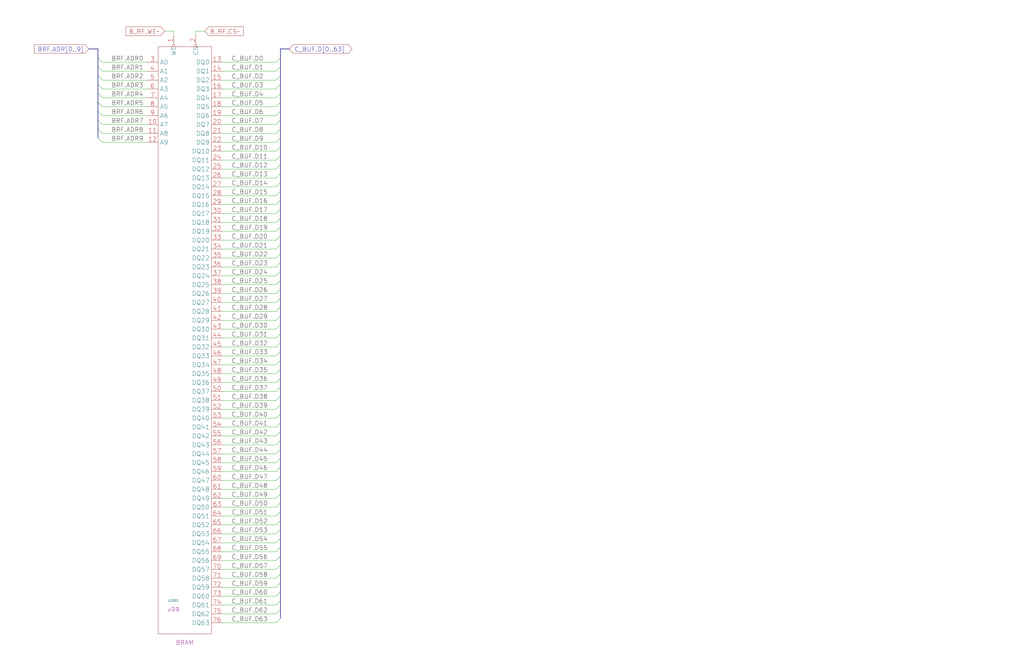
<source format=kicad_sch>
(kicad_sch (version 20211123) (generator eeschema)
  (paper "User" 584.2 378.46)
  (title_block (title "REGISTER FILE B\\nRAM ARRAY") (date "15-MAR-90") (rev "1.0") (comment 1 "TYPE") (comment 2 "232-003062") (comment 3 "S400") (comment 4 "RELEASED"))
  (lib_symbols
    (symbol "r1000:XRFRAM" (pin_names (offset 1.016))
      (property "Reference" "U" (at 2.54 5.08 0))
      (property "Value" "XRFRAM" (at -1.27 -12.7 0))
      (property "Location" "___" (at -1.27 0 0))
      (property "Name" "______" (at 8.89 -20.32 0))
      (symbol "XRFRAM_1_1"
        (rectangle (start -6.35 321.31) (end 24.13 -13.97))
        (circle (center 2.54 321.945) (radius 0.635))
        (circle (center 15.24 321.945) (radius 0.635))
        (pin input line (at 2.54 327.66 270) (length 5.08) (name "WE") (number "1"))
        (pin input line (at -12.7 276.86 0) (length 6.35) (name "A7") (number "10"))
        (pin input line (at -12.7 271.78 0) (length 6.35) (name "A8") (number "11"))
        (pin input line (at -12.7 266.7 0) (length 6.35) (name "A9") (number "12"))
        (pin tri_state line (at 30.48 312.42 180) (length 6.35) (name "DQ0") (number "13"))
        (pin tri_state line (at 30.48 307.34 180) (length 6.35) (name "DQ1") (number "14"))
        (pin tri_state line (at 30.48 302.26 180) (length 6.35) (name "DQ2") (number "15"))
        (pin tri_state line (at 30.48 297.18 180) (length 6.35) (name "DQ3") (number "16"))
        (pin tri_state line (at 30.48 292.1 180) (length 6.35) (name "DQ4") (number "17"))
        (pin tri_state line (at 30.48 287.02 180) (length 6.35) (name "DQ5") (number "18"))
        (pin tri_state line (at 30.48 281.94 180) (length 6.35) (name "DQ6") (number "19"))
        (pin input line (at 15.24 327.66 270) (length 5.08) (name "CS") (number "2"))
        (pin tri_state line (at 30.48 276.86 180) (length 6.35) (name "DQ7") (number "20"))
        (pin tri_state line (at 30.48 271.78 180) (length 6.35) (name "DQ8") (number "21"))
        (pin tri_state line (at 30.48 266.7 180) (length 6.35) (name "DQ9") (number "22"))
        (pin tri_state line (at 30.48 261.62 180) (length 6.35) (name "DQ10") (number "23"))
        (pin tri_state line (at 30.48 256.54 180) (length 6.35) (name "DQ11") (number "24"))
        (pin tri_state line (at 30.48 251.46 180) (length 6.35) (name "DQ12") (number "25"))
        (pin tri_state line (at 30.48 246.38 180) (length 6.35) (name "DQ13") (number "26"))
        (pin tri_state line (at 30.48 241.3 180) (length 6.35) (name "DQ14") (number "27"))
        (pin tri_state line (at 30.48 236.22 180) (length 6.35) (name "DQ15") (number "28"))
        (pin tri_state line (at 30.48 231.14 180) (length 6.35) (name "DQ16") (number "29"))
        (pin input line (at -12.7 312.42 0) (length 6.35) (name "A0") (number "3"))
        (pin tri_state line (at 30.48 226.06 180) (length 6.35) (name "DQ17") (number "30"))
        (pin tri_state line (at 30.48 220.98 180) (length 6.35) (name "DQ18") (number "31"))
        (pin tri_state line (at 30.48 215.9 180) (length 6.35) (name "DQ19") (number "32"))
        (pin tri_state line (at 30.48 210.82 180) (length 6.35) (name "DQ20") (number "33"))
        (pin tri_state line (at 30.48 205.74 180) (length 6.35) (name "DQ21") (number "34"))
        (pin tri_state line (at 30.48 200.66 180) (length 6.35) (name "DQ22") (number "35"))
        (pin tri_state line (at 30.48 195.58 180) (length 6.35) (name "DQ23") (number "36"))
        (pin tri_state line (at 30.48 190.5 180) (length 6.35) (name "DQ24") (number "37"))
        (pin tri_state line (at 30.48 185.42 180) (length 6.35) (name "DQ25") (number "38"))
        (pin tri_state line (at 30.48 180.34 180) (length 6.35) (name "DQ26") (number "39"))
        (pin input line (at -12.7 307.34 0) (length 6.35) (name "A1") (number "4"))
        (pin tri_state line (at 30.48 175.26 180) (length 6.35) (name "DQ27") (number "40"))
        (pin tri_state line (at 30.48 170.18 180) (length 6.35) (name "DQ28") (number "41"))
        (pin tri_state line (at 30.48 165.1 180) (length 6.35) (name "DQ29") (number "42"))
        (pin tri_state line (at 30.48 160.02 180) (length 6.35) (name "DQ30") (number "43"))
        (pin tri_state line (at 30.48 154.94 180) (length 6.35) (name "DQ31") (number "44"))
        (pin tri_state line (at 30.48 149.86 180) (length 6.35) (name "DQ32") (number "45"))
        (pin tri_state line (at 30.48 144.78 180) (length 6.35) (name "DQ33") (number "46"))
        (pin tri_state line (at 30.48 139.7 180) (length 6.35) (name "DQ34") (number "47"))
        (pin tri_state line (at 30.48 134.62 180) (length 6.35) (name "DQ35") (number "48"))
        (pin tri_state line (at 30.48 129.54 180) (length 6.35) (name "DQ36") (number "49"))
        (pin input line (at -12.7 302.26 0) (length 6.35) (name "A2") (number "5"))
        (pin tri_state line (at 30.48 124.46 180) (length 6.35) (name "DQ37") (number "50"))
        (pin tri_state line (at 30.48 119.38 180) (length 6.35) (name "DQ38") (number "51"))
        (pin tri_state line (at 30.48 114.3 180) (length 6.35) (name "DQ39") (number "52"))
        (pin tri_state line (at 30.48 109.22 180) (length 6.35) (name "DQ40") (number "53"))
        (pin tri_state line (at 30.48 104.14 180) (length 6.35) (name "DQ41") (number "54"))
        (pin tri_state line (at 30.48 99.06 180) (length 6.35) (name "DQ42") (number "55"))
        (pin tri_state line (at 30.48 93.98 180) (length 6.35) (name "DQ43") (number "56"))
        (pin tri_state line (at 30.48 88.9 180) (length 6.35) (name "DQ44") (number "57"))
        (pin tri_state line (at 30.48 83.82 180) (length 6.35) (name "DQ45") (number "58"))
        (pin tri_state line (at 30.48 78.74 180) (length 6.35) (name "DQ46") (number "59"))
        (pin input line (at -12.7 297.18 0) (length 6.35) (name "A3") (number "6"))
        (pin tri_state line (at 30.48 73.66 180) (length 6.35) (name "DQ47") (number "60"))
        (pin tri_state line (at 30.48 68.58 180) (length 6.35) (name "DQ48") (number "61"))
        (pin tri_state line (at 30.48 63.5 180) (length 6.35) (name "DQ49") (number "62"))
        (pin tri_state line (at 30.48 58.42 180) (length 6.35) (name "DQ50") (number "63"))
        (pin tri_state line (at 30.48 53.34 180) (length 6.35) (name "DQ51") (number "64"))
        (pin tri_state line (at 30.48 48.26 180) (length 6.35) (name "DQ52") (number "65"))
        (pin tri_state line (at 30.48 43.18 180) (length 6.35) (name "DQ53") (number "66"))
        (pin tri_state line (at 30.48 38.1 180) (length 6.35) (name "DQ54") (number "67"))
        (pin tri_state line (at 30.48 33.02 180) (length 6.35) (name "DQ55") (number "68"))
        (pin tri_state line (at 30.48 27.94 180) (length 6.35) (name "DQ56") (number "69"))
        (pin input line (at -12.7 292.1 0) (length 6.35) (name "A4") (number "7"))
        (pin tri_state line (at 30.48 22.86 180) (length 6.35) (name "DQ57") (number "70"))
        (pin tri_state line (at 30.48 17.78 180) (length 6.35) (name "DQ58") (number "71"))
        (pin tri_state line (at 30.48 12.7 180) (length 6.35) (name "DQ59") (number "72"))
        (pin tri_state line (at 30.48 7.62 180) (length 6.35) (name "DQ60") (number "73"))
        (pin tri_state line (at 30.48 2.54 180) (length 6.35) (name "DQ61") (number "74"))
        (pin tri_state line (at 30.48 -2.54 180) (length 6.35) (name "DQ62") (number "75"))
        (pin tri_state line (at 30.48 -7.62 180) (length 6.35) (name "DQ63") (number "76"))
        (pin input line (at -12.7 287.02 0) (length 6.35) (name "A5") (number "8"))
        (pin input line (at -12.7 281.94 0) (length 6.35) (name "A6") (number "9"))
      )
    )
  )
  (bus (pts (xy 160.02 104.14) (xy 160.02 109.22)))
  (bus (pts (xy 160.02 109.22) (xy 160.02 114.3)))
  (bus (pts (xy 160.02 114.3) (xy 160.02 119.38)))
  (bus (pts (xy 160.02 119.38) (xy 160.02 124.46)))
  (bus (pts (xy 160.02 124.46) (xy 160.02 129.54)))
  (bus (pts (xy 160.02 129.54) (xy 160.02 134.62)))
  (bus (pts (xy 160.02 134.62) (xy 160.02 139.7)))
  (bus (pts (xy 160.02 139.7) (xy 160.02 144.78)))
  (bus (pts (xy 160.02 144.78) (xy 160.02 149.86)))
  (bus (pts (xy 160.02 149.86) (xy 160.02 154.94)))
  (bus (pts (xy 160.02 154.94) (xy 160.02 160.02)))
  (bus (pts (xy 160.02 160.02) (xy 160.02 165.1)))
  (bus (pts (xy 160.02 165.1) (xy 160.02 170.18)))
  (bus (pts (xy 160.02 170.18) (xy 160.02 175.26)))
  (bus (pts (xy 160.02 175.26) (xy 160.02 180.34)))
  (bus (pts (xy 160.02 180.34) (xy 160.02 185.42)))
  (bus (pts (xy 160.02 185.42) (xy 160.02 190.5)))
  (bus (pts (xy 160.02 190.5) (xy 160.02 195.58)))
  (bus (pts (xy 160.02 195.58) (xy 160.02 200.66)))
  (bus (pts (xy 160.02 200.66) (xy 160.02 205.74)))
  (bus (pts (xy 160.02 205.74) (xy 160.02 210.82)))
  (bus (pts (xy 160.02 210.82) (xy 160.02 215.9)))
  (bus (pts (xy 160.02 215.9) (xy 160.02 220.98)))
  (bus (pts (xy 160.02 220.98) (xy 160.02 226.06)))
  (bus (pts (xy 160.02 226.06) (xy 160.02 231.14)))
  (bus (pts (xy 160.02 231.14) (xy 160.02 236.22)))
  (bus (pts (xy 160.02 236.22) (xy 160.02 241.3)))
  (bus (pts (xy 160.02 241.3) (xy 160.02 246.38)))
  (bus (pts (xy 160.02 246.38) (xy 160.02 251.46)))
  (bus (pts (xy 160.02 251.46) (xy 160.02 256.54)))
  (bus (pts (xy 160.02 256.54) (xy 160.02 261.62)))
  (bus (pts (xy 160.02 261.62) (xy 160.02 266.7)))
  (bus (pts (xy 160.02 266.7) (xy 160.02 271.78)))
  (bus (pts (xy 160.02 27.94) (xy 160.02 33.02)))
  (bus (pts (xy 160.02 271.78) (xy 160.02 276.86)))
  (bus (pts (xy 160.02 276.86) (xy 160.02 281.94)))
  (bus (pts (xy 160.02 281.94) (xy 160.02 287.02)))
  (bus (pts (xy 160.02 287.02) (xy 160.02 292.1)))
  (bus (pts (xy 160.02 292.1) (xy 160.02 297.18)))
  (bus (pts (xy 160.02 297.18) (xy 160.02 302.26)))
  (bus (pts (xy 160.02 302.26) (xy 160.02 307.34)))
  (bus (pts (xy 160.02 307.34) (xy 160.02 312.42)))
  (bus (pts (xy 160.02 312.42) (xy 160.02 317.5)))
  (bus (pts (xy 160.02 317.5) (xy 160.02 322.58)))
  (bus (pts (xy 160.02 322.58) (xy 160.02 327.66)))
  (bus (pts (xy 160.02 327.66) (xy 160.02 332.74)))
  (bus (pts (xy 160.02 33.02) (xy 160.02 38.1)))
  (bus (pts (xy 160.02 332.74) (xy 160.02 337.82)))
  (bus (pts (xy 160.02 337.82) (xy 160.02 342.9)))
  (bus (pts (xy 160.02 342.9) (xy 160.02 347.98)))
  (bus (pts (xy 160.02 347.98) (xy 160.02 353.06)))
  (bus (pts (xy 160.02 38.1) (xy 160.02 43.18)))
  (bus (pts (xy 160.02 43.18) (xy 160.02 48.26)))
  (bus (pts (xy 160.02 48.26) (xy 160.02 53.34)))
  (bus (pts (xy 160.02 53.34) (xy 160.02 58.42)))
  (bus (pts (xy 160.02 58.42) (xy 160.02 63.5)))
  (bus (pts (xy 160.02 63.5) (xy 160.02 68.58)))
  (bus (pts (xy 160.02 68.58) (xy 160.02 73.66)))
  (bus (pts (xy 160.02 73.66) (xy 160.02 78.74)))
  (bus (pts (xy 160.02 78.74) (xy 160.02 83.82)))
  (bus (pts (xy 160.02 83.82) (xy 160.02 88.9)))
  (bus (pts (xy 160.02 88.9) (xy 160.02 93.98)))
  (bus (pts (xy 160.02 93.98) (xy 160.02 99.06)))
  (bus (pts (xy 160.02 99.06) (xy 160.02 104.14)))
  (bus (pts (xy 165.1 27.94) (xy 160.02 27.94)))
  (bus (pts (xy 50.8 27.94) (xy 55.88 27.94)))
  (bus (pts (xy 55.88 27.94) (xy 55.88 33.02)))
  (bus (pts (xy 55.88 33.02) (xy 55.88 38.1)))
  (bus (pts (xy 55.88 38.1) (xy 55.88 43.18)))
  (bus (pts (xy 55.88 43.18) (xy 55.88 48.26)))
  (bus (pts (xy 55.88 48.26) (xy 55.88 53.34)))
  (bus (pts (xy 55.88 53.34) (xy 55.88 58.42)))
  (bus (pts (xy 55.88 58.42) (xy 55.88 63.5)))
  (bus (pts (xy 55.88 63.5) (xy 55.88 68.58)))
  (bus (pts (xy 55.88 68.58) (xy 55.88 73.66)))
  (bus (pts (xy 55.88 73.66) (xy 55.88 78.74)))
  (wire (pts (xy 111.76 17.78) (xy 111.76 20.32)))
  (wire (pts (xy 116.84 17.78) (xy 111.76 17.78)))
  (wire (pts (xy 127 101.6) (xy 157.48 101.6)))
  (wire (pts (xy 127 106.68) (xy 157.48 106.68)))
  (wire (pts (xy 127 111.76) (xy 157.48 111.76)))
  (wire (pts (xy 127 116.84) (xy 157.48 116.84)))
  (wire (pts (xy 127 121.92) (xy 157.48 121.92)))
  (wire (pts (xy 127 127) (xy 157.48 127)))
  (wire (pts (xy 127 132.08) (xy 157.48 132.08)))
  (wire (pts (xy 127 137.16) (xy 157.48 137.16)))
  (wire (pts (xy 127 142.24) (xy 157.48 142.24)))
  (wire (pts (xy 127 147.32) (xy 157.48 147.32)))
  (wire (pts (xy 127 152.4) (xy 157.48 152.4)))
  (wire (pts (xy 127 157.48) (xy 157.48 157.48)))
  (wire (pts (xy 127 162.56) (xy 157.48 162.56)))
  (wire (pts (xy 127 167.64) (xy 157.48 167.64)))
  (wire (pts (xy 127 172.72) (xy 157.48 172.72)))
  (wire (pts (xy 127 177.8) (xy 157.48 177.8)))
  (wire (pts (xy 127 182.88) (xy 157.48 182.88)))
  (wire (pts (xy 127 187.96) (xy 157.48 187.96)))
  (wire (pts (xy 127 193.04) (xy 157.48 193.04)))
  (wire (pts (xy 127 198.12) (xy 157.48 198.12)))
  (wire (pts (xy 127 203.2) (xy 157.48 203.2)))
  (wire (pts (xy 127 208.28) (xy 157.48 208.28)))
  (wire (pts (xy 127 213.36) (xy 157.48 213.36)))
  (wire (pts (xy 127 218.44) (xy 157.48 218.44)))
  (wire (pts (xy 127 223.52) (xy 157.48 223.52)))
  (wire (pts (xy 127 228.6) (xy 157.48 228.6)))
  (wire (pts (xy 127 233.68) (xy 157.48 233.68)))
  (wire (pts (xy 127 238.76) (xy 157.48 238.76)))
  (wire (pts (xy 127 243.84) (xy 157.48 243.84)))
  (wire (pts (xy 127 248.92) (xy 157.48 248.92)))
  (wire (pts (xy 127 254) (xy 157.48 254)))
  (wire (pts (xy 127 259.08) (xy 157.48 259.08)))
  (wire (pts (xy 127 264.16) (xy 157.48 264.16)))
  (wire (pts (xy 127 269.24) (xy 157.48 269.24)))
  (wire (pts (xy 127 274.32) (xy 157.48 274.32)))
  (wire (pts (xy 127 279.4) (xy 157.48 279.4)))
  (wire (pts (xy 127 284.48) (xy 157.48 284.48)))
  (wire (pts (xy 127 289.56) (xy 157.48 289.56)))
  (wire (pts (xy 127 294.64) (xy 157.48 294.64)))
  (wire (pts (xy 127 299.72) (xy 157.48 299.72)))
  (wire (pts (xy 127 304.8) (xy 157.48 304.8)))
  (wire (pts (xy 127 309.88) (xy 157.48 309.88)))
  (wire (pts (xy 127 314.96) (xy 157.48 314.96)))
  (wire (pts (xy 127 320.04) (xy 157.48 320.04)))
  (wire (pts (xy 127 325.12) (xy 157.48 325.12)))
  (wire (pts (xy 127 330.2) (xy 157.48 330.2)))
  (wire (pts (xy 127 335.28) (xy 157.48 335.28)))
  (wire (pts (xy 127 340.36) (xy 157.48 340.36)))
  (wire (pts (xy 127 345.44) (xy 157.48 345.44)))
  (wire (pts (xy 127 35.56) (xy 157.48 35.56)))
  (wire (pts (xy 127 350.52) (xy 157.48 350.52)))
  (wire (pts (xy 127 355.6) (xy 157.48 355.6)))
  (wire (pts (xy 127 40.64) (xy 157.48 40.64)))
  (wire (pts (xy 127 45.72) (xy 157.48 45.72)))
  (wire (pts (xy 127 50.8) (xy 157.48 50.8)))
  (wire (pts (xy 127 55.88) (xy 157.48 55.88)))
  (wire (pts (xy 127 60.96) (xy 157.48 60.96)))
  (wire (pts (xy 127 66.04) (xy 157.48 66.04)))
  (wire (pts (xy 127 71.12) (xy 157.48 71.12)))
  (wire (pts (xy 127 76.2) (xy 157.48 76.2)))
  (wire (pts (xy 127 81.28) (xy 157.48 81.28)))
  (wire (pts (xy 127 86.36) (xy 157.48 86.36)))
  (wire (pts (xy 127 91.44) (xy 157.48 91.44)))
  (wire (pts (xy 127 96.52) (xy 157.48 96.52)))
  (wire (pts (xy 58.42 35.56) (xy 83.82 35.56)))
  (wire (pts (xy 58.42 40.64) (xy 83.82 40.64)))
  (wire (pts (xy 58.42 45.72) (xy 83.82 45.72)))
  (wire (pts (xy 58.42 50.8) (xy 83.82 50.8)))
  (wire (pts (xy 58.42 55.88) (xy 83.82 55.88)))
  (wire (pts (xy 58.42 60.96) (xy 83.82 60.96)))
  (wire (pts (xy 58.42 66.04) (xy 83.82 66.04)))
  (wire (pts (xy 58.42 71.12) (xy 83.82 71.12)))
  (wire (pts (xy 58.42 76.2) (xy 83.82 76.2)))
  (wire (pts (xy 58.42 81.28) (xy 83.82 81.28)))
  (wire (pts (xy 93.98 17.78) (xy 99.06 17.78)))
  (wire (pts (xy 99.06 17.78) (xy 99.06 20.32)))
  (global_label "BRF.ADR[0..9]" (shape input) (at 50.8 27.94 180) (effects (font (size 2.54 2.54))) (property "Intersheet References" "${INTERSHEET_REFS}" (at 19.6064 27.7813 0) (effects (font (size 2.54 2.54)) (justify right))))
  (bus_entry (at 55.88 33.02) (size 2.54 2.54))
  (bus_entry (at 55.88 38.1) (size 2.54 2.54))
  (bus_entry (at 55.88 43.18) (size 2.54 2.54))
  (bus_entry (at 55.88 48.26) (size 2.54 2.54))
  (bus_entry (at 55.88 53.34) (size 2.54 2.54))
  (bus_entry (at 55.88 58.42) (size 2.54 2.54))
  (bus_entry (at 55.88 63.5) (size 2.54 2.54))
  (bus_entry (at 55.88 68.58) (size 2.54 2.54))
  (bus_entry (at 55.88 73.66) (size 2.54 2.54))
  (bus_entry (at 55.88 78.74) (size 2.54 2.54))
  (label "BRF.ADR0" (at 63.5 35.56 0) (effects (font (size 2.54 2.54))))
  (label "BRF.ADR1" (at 63.5 40.64 0) (effects (font (size 2.54 2.54))))
  (label "BRF.ADR2" (at 63.5 45.72 0) (effects (font (size 2.54 2.54))))
  (label "BRF.ADR3" (at 63.5 50.8 0) (effects (font (size 2.54 2.54))))
  (label "BRF.ADR4" (at 63.5 55.88 0) (effects (font (size 2.54 2.54))))
  (label "BRF.ADR5" (at 63.5 60.96 0) (effects (font (size 2.54 2.54))))
  (label "BRF.ADR6" (at 63.5 66.04 0) (effects (font (size 2.54 2.54))))
  (label "BRF.ADR7" (at 63.5 71.12 0) (effects (font (size 2.54 2.54))))
  (label "BRF.ADR8" (at 63.5 76.2 0) (effects (font (size 2.54 2.54))))
  (label "BRF.ADR9" (at 63.5 81.28 0) (effects (font (size 2.54 2.54))))
  (global_label "B_RF.WE~" (shape input) (at 93.98 17.78 180) (effects (font (size 2.54 2.54))) (property "Intersheet References" "${INTERSHEET_REFS}" (at 71.7369 17.6213 0) (effects (font (size 2.54 2.54)) (justify right))))
  (symbol (lib_id "r1000:XRFRAM") (at 96.52 347.98 0) (unit 1)
    (property "Reference" "U2001" (at 99.06 342.9 0))
    (property "Location" "x99" (at 95.25 347.98 0) (effects (font (size 2.54 2.54)) (justify left)))
    (property "Name" "BRAM" (at 105.41 368.3 0) (effects (font (size 2.54 2.54)) (justify bottom)))
  )
  (global_label "B_RF.CS~" (shape input) (at 116.84 17.78 0) (effects (font (size 2.54 2.54))) (property "Intersheet References" "${INTERSHEET_REFS}" (at 138.8412 17.6213 0) (effects (font (size 2.54 2.54)) (justify left))))
  (label "C_BUF.D0" (at 132.08 35.56 0) (effects (font (size 2.54 2.54))))
  (label "C_BUF.D1" (at 132.08 40.64 0) (effects (font (size 2.54 2.54))))
  (label "C_BUF.D2" (at 132.08 45.72 0) (effects (font (size 2.54 2.54))))
  (label "C_BUF.D3" (at 132.08 50.8 0) (effects (font (size 2.54 2.54))))
  (label "C_BUF.D4" (at 132.08 55.88 0) (effects (font (size 2.54 2.54))))
  (label "C_BUF.D5" (at 132.08 60.96 0) (effects (font (size 2.54 2.54))))
  (label "C_BUF.D6" (at 132.08 66.04 0) (effects (font (size 2.54 2.54))))
  (label "C_BUF.D7" (at 132.08 71.12 0) (effects (font (size 2.54 2.54))))
  (label "C_BUF.D8" (at 132.08 76.2 0) (effects (font (size 2.54 2.54))))
  (label "C_BUF.D9" (at 132.08 81.28 0) (effects (font (size 2.54 2.54))))
  (label "C_BUF.D10" (at 132.08 86.36 0) (effects (font (size 2.54 2.54))))
  (label "C_BUF.D11" (at 132.08 91.44 0) (effects (font (size 2.54 2.54))))
  (label "C_BUF.D12" (at 132.08 96.52 0) (effects (font (size 2.54 2.54))))
  (label "C_BUF.D13" (at 132.08 101.6 0) (effects (font (size 2.54 2.54))))
  (label "C_BUF.D14" (at 132.08 106.68 0) (effects (font (size 2.54 2.54))))
  (label "C_BUF.D15" (at 132.08 111.76 0) (effects (font (size 2.54 2.54))))
  (label "C_BUF.D16" (at 132.08 116.84 0) (effects (font (size 2.54 2.54))))
  (label "C_BUF.D17" (at 132.08 121.92 0) (effects (font (size 2.54 2.54))))
  (label "C_BUF.D18" (at 132.08 127 0) (effects (font (size 2.54 2.54))))
  (label "C_BUF.D19" (at 132.08 132.08 0) (effects (font (size 2.54 2.54))))
  (label "C_BUF.D20" (at 132.08 137.16 0) (effects (font (size 2.54 2.54))))
  (label "C_BUF.D21" (at 132.08 142.24 0) (effects (font (size 2.54 2.54))))
  (label "C_BUF.D22" (at 132.08 147.32 0) (effects (font (size 2.54 2.54))))
  (label "C_BUF.D23" (at 132.08 152.4 0) (effects (font (size 2.54 2.54))))
  (label "C_BUF.D24" (at 132.08 157.48 0) (effects (font (size 2.54 2.54))))
  (label "C_BUF.D25" (at 132.08 162.56 0) (effects (font (size 2.54 2.54))))
  (label "C_BUF.D26" (at 132.08 167.64 0) (effects (font (size 2.54 2.54))))
  (label "C_BUF.D27" (at 132.08 172.72 0) (effects (font (size 2.54 2.54))))
  (label "C_BUF.D28" (at 132.08 177.8 0) (effects (font (size 2.54 2.54))))
  (label "C_BUF.D29" (at 132.08 182.88 0) (effects (font (size 2.54 2.54))))
  (label "C_BUF.D30" (at 132.08 187.96 0) (effects (font (size 2.54 2.54))))
  (label "C_BUF.D31" (at 132.08 193.04 0) (effects (font (size 2.54 2.54))))
  (label "C_BUF.D32" (at 132.08 198.12 0) (effects (font (size 2.54 2.54))))
  (label "C_BUF.D33" (at 132.08 203.2 0) (effects (font (size 2.54 2.54))))
  (label "C_BUF.D34" (at 132.08 208.28 0) (effects (font (size 2.54 2.54))))
  (label "C_BUF.D35" (at 132.08 213.36 0) (effects (font (size 2.54 2.54))))
  (label "C_BUF.D36" (at 132.08 218.44 0) (effects (font (size 2.54 2.54))))
  (label "C_BUF.D37" (at 132.08 223.52 0) (effects (font (size 2.54 2.54))))
  (label "C_BUF.D38" (at 132.08 228.6 0) (effects (font (size 2.54 2.54))))
  (label "C_BUF.D39" (at 132.08 233.68 0) (effects (font (size 2.54 2.54))))
  (label "C_BUF.D40" (at 132.08 238.76 0) (effects (font (size 2.54 2.54))))
  (label "C_BUF.D41" (at 132.08 243.84 0) (effects (font (size 2.54 2.54))))
  (label "C_BUF.D42" (at 132.08 248.92 0) (effects (font (size 2.54 2.54))))
  (label "C_BUF.D43" (at 132.08 254 0) (effects (font (size 2.54 2.54))))
  (label "C_BUF.D44" (at 132.08 259.08 0) (effects (font (size 2.54 2.54))))
  (label "C_BUF.D45" (at 132.08 264.16 0) (effects (font (size 2.54 2.54))))
  (label "C_BUF.D46" (at 132.08 269.24 0) (effects (font (size 2.54 2.54))))
  (label "C_BUF.D47" (at 132.08 274.32 0) (effects (font (size 2.54 2.54))))
  (label "C_BUF.D48" (at 132.08 279.4 0) (effects (font (size 2.54 2.54))))
  (label "C_BUF.D49" (at 132.08 284.48 0) (effects (font (size 2.54 2.54))))
  (label "C_BUF.D50" (at 132.08 289.56 0) (effects (font (size 2.54 2.54))))
  (label "C_BUF.D51" (at 132.08 294.64 0) (effects (font (size 2.54 2.54))))
  (label "C_BUF.D52" (at 132.08 299.72 0) (effects (font (size 2.54 2.54))))
  (label "C_BUF.D53" (at 132.08 304.8 0) (effects (font (size 2.54 2.54))))
  (label "C_BUF.D54" (at 132.08 309.88 0) (effects (font (size 2.54 2.54))))
  (label "C_BUF.D55" (at 132.08 314.96 0) (effects (font (size 2.54 2.54))))
  (label "C_BUF.D56" (at 132.08 320.04 0) (effects (font (size 2.54 2.54))))
  (label "C_BUF.D57" (at 132.08 325.12 0) (effects (font (size 2.54 2.54))))
  (label "C_BUF.D58" (at 132.08 330.2 0) (effects (font (size 2.54 2.54))))
  (label "C_BUF.D59" (at 132.08 335.28 0) (effects (font (size 2.54 2.54))))
  (label "C_BUF.D60" (at 132.08 340.36 0) (effects (font (size 2.54 2.54))))
  (label "C_BUF.D61" (at 132.08 345.44 0) (effects (font (size 2.54 2.54))))
  (label "C_BUF.D62" (at 132.08 350.52 0) (effects (font (size 2.54 2.54))))
  (label "C_BUF.D63" (at 132.08 355.6 0) (effects (font (size 2.54 2.54))))
  (bus_entry (at 160.02 33.02) (size -2.54 2.54))
  (bus_entry (at 160.02 38.1) (size -2.54 2.54))
  (bus_entry (at 160.02 43.18) (size -2.54 2.54))
  (bus_entry (at 160.02 48.26) (size -2.54 2.54))
  (bus_entry (at 160.02 53.34) (size -2.54 2.54))
  (bus_entry (at 160.02 58.42) (size -2.54 2.54))
  (bus_entry (at 160.02 63.5) (size -2.54 2.54))
  (bus_entry (at 160.02 68.58) (size -2.54 2.54))
  (bus_entry (at 160.02 73.66) (size -2.54 2.54))
  (bus_entry (at 160.02 78.74) (size -2.54 2.54))
  (bus_entry (at 160.02 83.82) (size -2.54 2.54))
  (bus_entry (at 160.02 88.9) (size -2.54 2.54))
  (bus_entry (at 160.02 93.98) (size -2.54 2.54))
  (bus_entry (at 160.02 99.06) (size -2.54 2.54))
  (bus_entry (at 160.02 104.14) (size -2.54 2.54))
  (bus_entry (at 160.02 109.22) (size -2.54 2.54))
  (bus_entry (at 160.02 114.3) (size -2.54 2.54))
  (bus_entry (at 160.02 119.38) (size -2.54 2.54))
  (bus_entry (at 160.02 124.46) (size -2.54 2.54))
  (bus_entry (at 160.02 129.54) (size -2.54 2.54))
  (bus_entry (at 160.02 134.62) (size -2.54 2.54))
  (bus_entry (at 160.02 139.7) (size -2.54 2.54))
  (bus_entry (at 160.02 144.78) (size -2.54 2.54))
  (bus_entry (at 160.02 149.86) (size -2.54 2.54))
  (bus_entry (at 160.02 154.94) (size -2.54 2.54))
  (bus_entry (at 160.02 160.02) (size -2.54 2.54))
  (bus_entry (at 160.02 165.1) (size -2.54 2.54))
  (bus_entry (at 160.02 170.18) (size -2.54 2.54))
  (bus_entry (at 160.02 175.26) (size -2.54 2.54))
  (bus_entry (at 160.02 180.34) (size -2.54 2.54))
  (bus_entry (at 160.02 185.42) (size -2.54 2.54))
  (bus_entry (at 160.02 190.5) (size -2.54 2.54))
  (bus_entry (at 160.02 195.58) (size -2.54 2.54))
  (bus_entry (at 160.02 200.66) (size -2.54 2.54))
  (bus_entry (at 160.02 205.74) (size -2.54 2.54))
  (bus_entry (at 160.02 210.82) (size -2.54 2.54))
  (bus_entry (at 160.02 215.9) (size -2.54 2.54))
  (bus_entry (at 160.02 220.98) (size -2.54 2.54))
  (bus_entry (at 160.02 226.06) (size -2.54 2.54))
  (bus_entry (at 160.02 231.14) (size -2.54 2.54))
  (bus_entry (at 160.02 236.22) (size -2.54 2.54))
  (bus_entry (at 160.02 241.3) (size -2.54 2.54))
  (bus_entry (at 160.02 246.38) (size -2.54 2.54))
  (bus_entry (at 160.02 251.46) (size -2.54 2.54))
  (bus_entry (at 160.02 256.54) (size -2.54 2.54))
  (bus_entry (at 160.02 261.62) (size -2.54 2.54))
  (bus_entry (at 160.02 266.7) (size -2.54 2.54))
  (bus_entry (at 160.02 271.78) (size -2.54 2.54))
  (bus_entry (at 160.02 276.86) (size -2.54 2.54))
  (bus_entry (at 160.02 281.94) (size -2.54 2.54))
  (bus_entry (at 160.02 287.02) (size -2.54 2.54))
  (bus_entry (at 160.02 292.1) (size -2.54 2.54))
  (bus_entry (at 160.02 297.18) (size -2.54 2.54))
  (bus_entry (at 160.02 302.26) (size -2.54 2.54))
  (bus_entry (at 160.02 307.34) (size -2.54 2.54))
  (bus_entry (at 160.02 312.42) (size -2.54 2.54))
  (bus_entry (at 160.02 317.5) (size -2.54 2.54))
  (bus_entry (at 160.02 322.58) (size -2.54 2.54))
  (bus_entry (at 160.02 327.66) (size -2.54 2.54))
  (bus_entry (at 160.02 332.74) (size -2.54 2.54))
  (bus_entry (at 160.02 337.82) (size -2.54 2.54))
  (bus_entry (at 160.02 342.9) (size -2.54 2.54))
  (bus_entry (at 160.02 347.98) (size -2.54 2.54))
  (bus_entry (at 160.02 353.06) (size -2.54 2.54))
  (global_label "C_BUF.D[0..63]" (shape bidirectional) (at 165.1 27.94 0) (effects (font (size 2.54 2.54))) (property "Intersheet References" "${INTERSHEET_REFS}" (at 198.5917 27.7813 0) (effects (font (size 2.54 2.54)) (justify left))))
)
</source>
